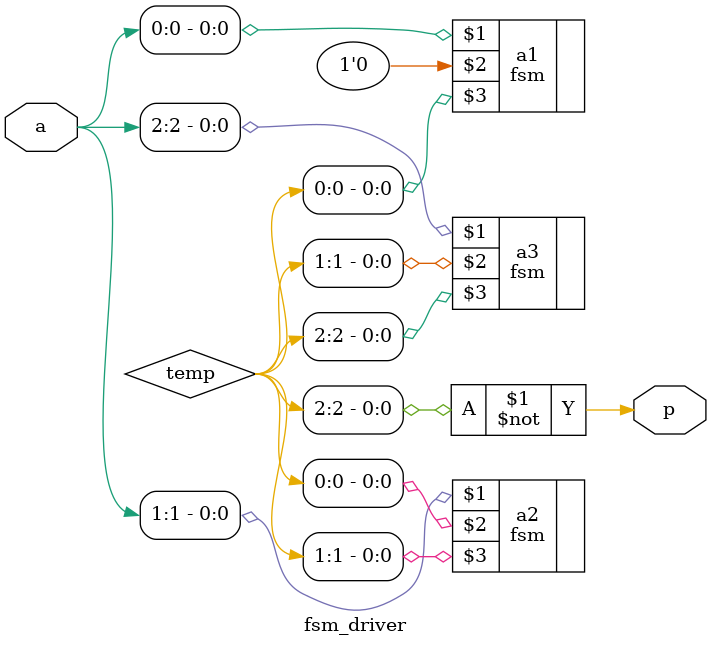
<source format=v>
module fsm_driver(a, p);
    input [2:0] a;
    output p;
    wire [2:0] temp;
    fsm a1(a[0],1'b0,temp[0]);
    fsm a2(a[1],temp[0],temp[1]);
    fsm a3(a[2],temp[1],temp[2]);
    assign p=~temp[2];
    //assign p = temp[2];
endmodule
</source>
